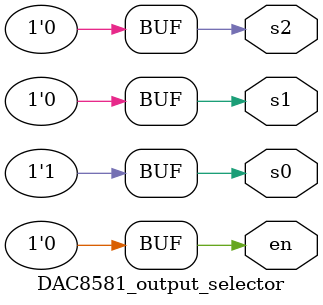
<source format=v>
module DAC8581 (
    input wire clk,                // System clock
    input wire reset,              // Reset signal
    input wire [15:0] dac_data,    // New data input for updating the DAC
    input wire load_new_data,      // Trigger to load new data
    output reg SCLK,               // Serial Clock for DAC
    output reg DIN,                // Serial Data Input for DAC
    output reg CS                  // Chip Select for DAC
);

// SPI interface parameters
parameter SCLK_FREQ = 1_000_000; // Adjust as per your system clock
parameter CLOCK_DIV = 25_000_000 / (2 * SCLK_FREQ); // Adjust for your FPGA clock
integer counter = 0;
reg [15:0] data_to_send = 0; // Default initialization data
reg [4:0] bit_index = 0; // DAC8581 is 16-bit

// State machine for SPI
reg [1:0] state = 0;
parameter IDLE = 0, LOAD = 1, SEND_BIT = 2, WAIT = 3;

always @(posedge clk) begin
    if (reset) begin
        // Reset logic
        SCLK <= 0;
        DIN <= 0;
        CS <= 1;
        state <= IDLE;
        bit_index <= 0;
        data_to_send <= 0; // Initial value
    end else begin
        case (state)
            IDLE: begin
                if (load_new_data) begin
                    data_to_send <= dac_data; // Load new data
                    CS <= 0; // Activate DAC
                    state <= SEND_BIT;
                end
            end
            SEND_BIT: begin
                if (counter < CLOCK_DIV) begin
                    counter <= counter + 1;
                end else begin
                    counter <= 0;
                    SCLK <= ~SCLK;
                    if (SCLK == 1) begin
                        DIN <= data_to_send[15 - bit_index];
                        bit_index <= bit_index + 1;
                        if (bit_index == 15) begin
                            state <= WAIT;
                            CS <= 1; // Deactivate DAC
                        end
                    end
                end
            end
            WAIT: begin
                // Wait state or additional logic
                state <= IDLE; // Return to IDLE to accept new data
                bit_index <= 0;
            end
        endcase
    end
end

endmodule

/*
 * U11 74HC405 DAC8581 output selector driver
 *
 */

module DAC8581_output_selector(output en, 
										output s0,
										output s1,
										output s2);
										
	assign en = 0;
	assign s0 = 1;
	assign s1 = 0;
	assign s2 = 0;
										
endmodule
</source>
